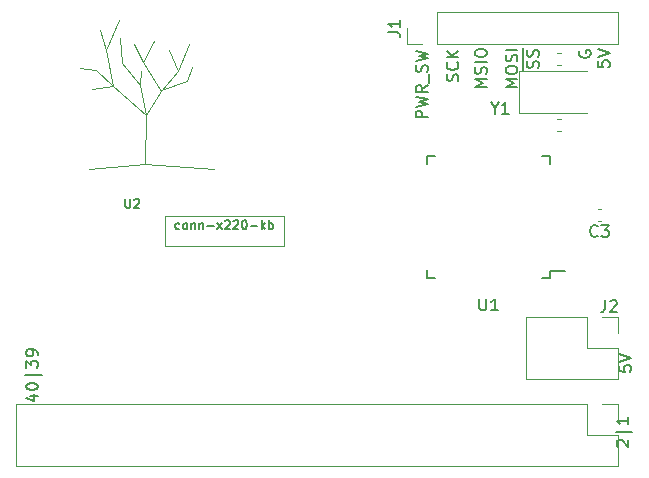
<source format=gbr>
%TF.GenerationSoftware,KiCad,Pcbnew,5.1.5*%
%TF.CreationDate,2020-05-13T22:00:42+02:00*%
%TF.ProjectId,thinkpad-keyboard,7468696e-6b70-4616-942d-6b6579626f61,rev?*%
%TF.SameCoordinates,Original*%
%TF.FileFunction,Legend,Top*%
%TF.FilePolarity,Positive*%
%FSLAX46Y46*%
G04 Gerber Fmt 4.6, Leading zero omitted, Abs format (unit mm)*
G04 Created by KiCad (PCBNEW 5.1.5) date 2020-05-13 22:00:42*
%MOMM*%
%LPD*%
G04 APERTURE LIST*
%ADD10C,0.036000*%
%ADD11C,0.150000*%
%ADD12C,0.120000*%
%ADD13C,0.099060*%
%ADD14C,0.149860*%
G04 APERTURE END LIST*
D10*
X114099997Y-75220004D02*
X113343998Y-73492005D01*
X111292000Y-83103996D02*
X111400000Y-79000000D01*
X112695998Y-76948002D02*
X114099997Y-75220004D01*
X108592002Y-76516003D02*
X106864004Y-76732002D01*
X111184000Y-74464004D02*
X110428000Y-72952006D01*
X112695998Y-76840002D02*
X114855997Y-76084003D01*
X114099997Y-75220004D02*
X115071996Y-72952006D01*
X109348002Y-74572004D02*
X109240002Y-72412006D01*
X111184000Y-74464004D02*
X112047999Y-72736006D01*
X111292000Y-83103996D02*
X106540004Y-83535996D01*
X108592002Y-76516003D02*
X107188003Y-75112004D01*
X112695998Y-76948002D02*
X111184000Y-74464004D01*
X114855997Y-76084003D02*
X115287996Y-74896004D01*
X110860000Y-76408003D02*
X109348002Y-74572004D01*
X111400000Y-79000000D02*
X108592002Y-76516003D01*
X111400000Y-79000000D02*
X110860000Y-76408003D01*
X111292000Y-83103996D02*
X117123994Y-83535996D01*
X110860000Y-76408003D02*
X110968000Y-75220004D01*
X108592002Y-76516003D02*
X108052003Y-73492005D01*
X108052003Y-73492005D02*
X109132002Y-70900009D01*
X107188003Y-75112004D02*
X105784005Y-75004004D01*
X108052003Y-73492005D02*
X107512003Y-71764007D01*
X111400000Y-79000000D02*
X112695998Y-76948002D01*
D11*
X151452380Y-100190476D02*
X151452380Y-100666666D01*
X151928571Y-100714285D01*
X151880952Y-100666666D01*
X151833333Y-100571428D01*
X151833333Y-100333333D01*
X151880952Y-100238095D01*
X151928571Y-100190476D01*
X152023809Y-100142857D01*
X152261904Y-100142857D01*
X152357142Y-100190476D01*
X152404761Y-100238095D01*
X152452380Y-100333333D01*
X152452380Y-100571428D01*
X152404761Y-100666666D01*
X152357142Y-100714285D01*
X151452380Y-99857142D02*
X152452380Y-99523809D01*
X151452380Y-99190476D01*
X135252380Y-79161904D02*
X134252380Y-79161904D01*
X134252380Y-78780952D01*
X134300000Y-78685714D01*
X134347619Y-78638095D01*
X134442857Y-78590476D01*
X134585714Y-78590476D01*
X134680952Y-78638095D01*
X134728571Y-78685714D01*
X134776190Y-78780952D01*
X134776190Y-79161904D01*
X134252380Y-78257142D02*
X135252380Y-78019047D01*
X134538095Y-77828571D01*
X135252380Y-77638095D01*
X134252380Y-77400000D01*
X135252380Y-76447619D02*
X134776190Y-76780952D01*
X135252380Y-77019047D02*
X134252380Y-77019047D01*
X134252380Y-76638095D01*
X134300000Y-76542857D01*
X134347619Y-76495238D01*
X134442857Y-76447619D01*
X134585714Y-76447619D01*
X134680952Y-76495238D01*
X134728571Y-76542857D01*
X134776190Y-76638095D01*
X134776190Y-77019047D01*
X135347619Y-76257142D02*
X135347619Y-75495238D01*
X135204761Y-75304761D02*
X135252380Y-75161904D01*
X135252380Y-74923809D01*
X135204761Y-74828571D01*
X135157142Y-74780952D01*
X135061904Y-74733333D01*
X134966666Y-74733333D01*
X134871428Y-74780952D01*
X134823809Y-74828571D01*
X134776190Y-74923809D01*
X134728571Y-75114285D01*
X134680952Y-75209523D01*
X134633333Y-75257142D01*
X134538095Y-75304761D01*
X134442857Y-75304761D01*
X134347619Y-75257142D01*
X134300000Y-75209523D01*
X134252380Y-75114285D01*
X134252380Y-74876190D01*
X134300000Y-74733333D01*
X134252380Y-74400000D02*
X135252380Y-74161904D01*
X134538095Y-73971428D01*
X135252380Y-73780952D01*
X134252380Y-73542857D01*
X148100000Y-73538095D02*
X148052380Y-73633333D01*
X148052380Y-73776190D01*
X148100000Y-73919047D01*
X148195238Y-74014285D01*
X148290476Y-74061904D01*
X148480952Y-74109523D01*
X148623809Y-74109523D01*
X148814285Y-74061904D01*
X148909523Y-74014285D01*
X149004761Y-73919047D01*
X149052380Y-73776190D01*
X149052380Y-73680952D01*
X149004761Y-73538095D01*
X148957142Y-73490476D01*
X148623809Y-73490476D01*
X148623809Y-73680952D01*
X143285000Y-75152380D02*
X143285000Y-74200000D01*
X144604761Y-74961904D02*
X144652380Y-74819047D01*
X144652380Y-74580952D01*
X144604761Y-74485714D01*
X144557142Y-74438095D01*
X144461904Y-74390476D01*
X144366666Y-74390476D01*
X144271428Y-74438095D01*
X144223809Y-74485714D01*
X144176190Y-74580952D01*
X144128571Y-74771428D01*
X144080952Y-74866666D01*
X144033333Y-74914285D01*
X143938095Y-74961904D01*
X143842857Y-74961904D01*
X143747619Y-74914285D01*
X143700000Y-74866666D01*
X143652380Y-74771428D01*
X143652380Y-74533333D01*
X143700000Y-74390476D01*
X143285000Y-74200000D02*
X143285000Y-73247619D01*
X144604761Y-74009523D02*
X144652380Y-73866666D01*
X144652380Y-73628571D01*
X144604761Y-73533333D01*
X144557142Y-73485714D01*
X144461904Y-73438095D01*
X144366666Y-73438095D01*
X144271428Y-73485714D01*
X144223809Y-73533333D01*
X144176190Y-73628571D01*
X144128571Y-73819047D01*
X144080952Y-73914285D01*
X144033333Y-73961904D01*
X143938095Y-74009523D01*
X143842857Y-74009523D01*
X143747619Y-73961904D01*
X143700000Y-73914285D01*
X143652380Y-73819047D01*
X143652380Y-73580952D01*
X143700000Y-73438095D01*
X149652380Y-74390476D02*
X149652380Y-74866666D01*
X150128571Y-74914285D01*
X150080952Y-74866666D01*
X150033333Y-74771428D01*
X150033333Y-74533333D01*
X150080952Y-74438095D01*
X150128571Y-74390476D01*
X150223809Y-74342857D01*
X150461904Y-74342857D01*
X150557142Y-74390476D01*
X150604761Y-74438095D01*
X150652380Y-74533333D01*
X150652380Y-74771428D01*
X150604761Y-74866666D01*
X150557142Y-74914285D01*
X149652380Y-74057142D02*
X150652380Y-73723809D01*
X149652380Y-73390476D01*
X142852380Y-76571428D02*
X141852380Y-76571428D01*
X142566666Y-76238095D01*
X141852380Y-75904761D01*
X142852380Y-75904761D01*
X141852380Y-75238095D02*
X141852380Y-75047619D01*
X141900000Y-74952380D01*
X141995238Y-74857142D01*
X142185714Y-74809523D01*
X142519047Y-74809523D01*
X142709523Y-74857142D01*
X142804761Y-74952380D01*
X142852380Y-75047619D01*
X142852380Y-75238095D01*
X142804761Y-75333333D01*
X142709523Y-75428571D01*
X142519047Y-75476190D01*
X142185714Y-75476190D01*
X141995238Y-75428571D01*
X141900000Y-75333333D01*
X141852380Y-75238095D01*
X142804761Y-74428571D02*
X142852380Y-74285714D01*
X142852380Y-74047619D01*
X142804761Y-73952380D01*
X142757142Y-73904761D01*
X142661904Y-73857142D01*
X142566666Y-73857142D01*
X142471428Y-73904761D01*
X142423809Y-73952380D01*
X142376190Y-74047619D01*
X142328571Y-74238095D01*
X142280952Y-74333333D01*
X142233333Y-74380952D01*
X142138095Y-74428571D01*
X142042857Y-74428571D01*
X141947619Y-74380952D01*
X141900000Y-74333333D01*
X141852380Y-74238095D01*
X141852380Y-74000000D01*
X141900000Y-73857142D01*
X142852380Y-73428571D02*
X141852380Y-73428571D01*
X140252380Y-76571428D02*
X139252380Y-76571428D01*
X139966666Y-76238095D01*
X139252380Y-75904761D01*
X140252380Y-75904761D01*
X140204761Y-75476190D02*
X140252380Y-75333333D01*
X140252380Y-75095238D01*
X140204761Y-75000000D01*
X140157142Y-74952380D01*
X140061904Y-74904761D01*
X139966666Y-74904761D01*
X139871428Y-74952380D01*
X139823809Y-75000000D01*
X139776190Y-75095238D01*
X139728571Y-75285714D01*
X139680952Y-75380952D01*
X139633333Y-75428571D01*
X139538095Y-75476190D01*
X139442857Y-75476190D01*
X139347619Y-75428571D01*
X139300000Y-75380952D01*
X139252380Y-75285714D01*
X139252380Y-75047619D01*
X139300000Y-74904761D01*
X140252380Y-74476190D02*
X139252380Y-74476190D01*
X139252380Y-73809523D02*
X139252380Y-73619047D01*
X139300000Y-73523809D01*
X139395238Y-73428571D01*
X139585714Y-73380952D01*
X139919047Y-73380952D01*
X140109523Y-73428571D01*
X140204761Y-73523809D01*
X140252380Y-73619047D01*
X140252380Y-73809523D01*
X140204761Y-73904761D01*
X140109523Y-74000000D01*
X139919047Y-74047619D01*
X139585714Y-74047619D01*
X139395238Y-74000000D01*
X139300000Y-73904761D01*
X139252380Y-73809523D01*
X137804761Y-76085714D02*
X137852380Y-75942857D01*
X137852380Y-75704761D01*
X137804761Y-75609523D01*
X137757142Y-75561904D01*
X137661904Y-75514285D01*
X137566666Y-75514285D01*
X137471428Y-75561904D01*
X137423809Y-75609523D01*
X137376190Y-75704761D01*
X137328571Y-75895238D01*
X137280952Y-75990476D01*
X137233333Y-76038095D01*
X137138095Y-76085714D01*
X137042857Y-76085714D01*
X136947619Y-76038095D01*
X136900000Y-75990476D01*
X136852380Y-75895238D01*
X136852380Y-75657142D01*
X136900000Y-75514285D01*
X137757142Y-74514285D02*
X137804761Y-74561904D01*
X137852380Y-74704761D01*
X137852380Y-74800000D01*
X137804761Y-74942857D01*
X137709523Y-75038095D01*
X137614285Y-75085714D01*
X137423809Y-75133333D01*
X137280952Y-75133333D01*
X137090476Y-75085714D01*
X136995238Y-75038095D01*
X136900000Y-74942857D01*
X136852380Y-74800000D01*
X136852380Y-74704761D01*
X136900000Y-74561904D01*
X136947619Y-74514285D01*
X137852380Y-74085714D02*
X136852380Y-74085714D01*
X137852380Y-73514285D02*
X137280952Y-73942857D01*
X136852380Y-73514285D02*
X137423809Y-74085714D01*
X151347619Y-107038095D02*
X151300000Y-106990476D01*
X151252380Y-106895238D01*
X151252380Y-106657142D01*
X151300000Y-106561904D01*
X151347619Y-106514285D01*
X151442857Y-106466666D01*
X151538095Y-106466666D01*
X151680952Y-106514285D01*
X152252380Y-107085714D01*
X152252380Y-106466666D01*
X152585714Y-105800000D02*
X151157142Y-105800000D01*
X152252380Y-104561904D02*
X152252380Y-105133333D01*
X152252380Y-104847619D02*
X151252380Y-104847619D01*
X151395238Y-104942857D01*
X151490476Y-105038095D01*
X151538095Y-105133333D01*
X101585714Y-102714285D02*
X102252380Y-102714285D01*
X101204761Y-102952380D02*
X101919047Y-103190476D01*
X101919047Y-102571428D01*
X101252380Y-102000000D02*
X101252380Y-101904761D01*
X101300000Y-101809523D01*
X101347619Y-101761904D01*
X101442857Y-101714285D01*
X101633333Y-101666666D01*
X101871428Y-101666666D01*
X102061904Y-101714285D01*
X102157142Y-101761904D01*
X102204761Y-101809523D01*
X102252380Y-101904761D01*
X102252380Y-102000000D01*
X102204761Y-102095238D01*
X102157142Y-102142857D01*
X102061904Y-102190476D01*
X101871428Y-102238095D01*
X101633333Y-102238095D01*
X101442857Y-102190476D01*
X101347619Y-102142857D01*
X101300000Y-102095238D01*
X101252380Y-102000000D01*
X102585714Y-101000000D02*
X101157142Y-101000000D01*
X101252380Y-100380952D02*
X101252380Y-99761904D01*
X101633333Y-100095238D01*
X101633333Y-99952380D01*
X101680952Y-99857142D01*
X101728571Y-99809523D01*
X101823809Y-99761904D01*
X102061904Y-99761904D01*
X102157142Y-99809523D01*
X102204761Y-99857142D01*
X102252380Y-99952380D01*
X102252380Y-100238095D01*
X102204761Y-100333333D01*
X102157142Y-100380952D01*
X102252380Y-99285714D02*
X102252380Y-99095238D01*
X102204761Y-99000000D01*
X102157142Y-98952380D01*
X102014285Y-98857142D01*
X101823809Y-98809523D01*
X101442857Y-98809523D01*
X101347619Y-98857142D01*
X101300000Y-98904761D01*
X101252380Y-99000000D01*
X101252380Y-99190476D01*
X101300000Y-99285714D01*
X101347619Y-99333333D01*
X101442857Y-99380952D01*
X101680952Y-99380952D01*
X101776190Y-99333333D01*
X101823809Y-99285714D01*
X101871428Y-99190476D01*
X101871428Y-99000000D01*
X101823809Y-98904761D01*
X101776190Y-98857142D01*
X101680952Y-98809523D01*
D12*
X133470000Y-72930000D02*
X133470000Y-71600000D01*
X134800000Y-72930000D02*
X133470000Y-72930000D01*
X136070000Y-72930000D02*
X136070000Y-70270000D01*
X136070000Y-70270000D02*
X151370000Y-70270000D01*
X136070000Y-72930000D02*
X151370000Y-72930000D01*
X151370000Y-72930000D02*
X151370000Y-70270000D01*
D11*
X145575000Y-92200000D02*
X146850000Y-92200000D01*
X135225000Y-92775000D02*
X135900000Y-92775000D01*
X135225000Y-82425000D02*
X135900000Y-82425000D01*
X145575000Y-82425000D02*
X144900000Y-82425000D01*
X145575000Y-92775000D02*
X144900000Y-92775000D01*
X145575000Y-82425000D02*
X145575000Y-83100000D01*
X135225000Y-82425000D02*
X135225000Y-83100000D01*
X135225000Y-92775000D02*
X135225000Y-92100000D01*
X145575000Y-92775000D02*
X145575000Y-92200000D01*
D12*
X151330000Y-96070000D02*
X151330000Y-97400000D01*
X150000000Y-96070000D02*
X151330000Y-96070000D01*
X151330000Y-98670000D02*
X151330000Y-101270000D01*
X148730000Y-98670000D02*
X151330000Y-98670000D01*
X148730000Y-96070000D02*
X148730000Y-98670000D01*
X151330000Y-101270000D02*
X143590000Y-101270000D01*
X148730000Y-96070000D02*
X143590000Y-96070000D01*
X143590000Y-96070000D02*
X143590000Y-101270000D01*
X142950000Y-78800000D02*
X148700000Y-78800000D01*
X142950000Y-75200000D02*
X142950000Y-78800000D01*
X148700000Y-75200000D02*
X142950000Y-75200000D01*
D13*
X113000680Y-87550620D02*
X123099720Y-87550620D01*
X113000680Y-90049980D02*
X123099720Y-90049980D01*
X113000680Y-90049980D02*
X113000680Y-87550620D01*
X123099720Y-90049980D02*
X123099720Y-87550620D01*
D12*
X151330000Y-103470000D02*
X151330000Y-104800000D01*
X150000000Y-103470000D02*
X151330000Y-103470000D01*
X151330000Y-106070000D02*
X151330000Y-108670000D01*
X148730000Y-106070000D02*
X151330000Y-106070000D01*
X148730000Y-103470000D02*
X148730000Y-106070000D01*
X151330000Y-108670000D02*
X100410000Y-108670000D01*
X148730000Y-103470000D02*
X100410000Y-103470000D01*
X100410000Y-103470000D02*
X100410000Y-108670000D01*
X149962779Y-86890000D02*
X149637221Y-86890000D01*
X149962779Y-87910000D02*
X149637221Y-87910000D01*
X146237221Y-80310000D02*
X146562779Y-80310000D01*
X146237221Y-79290000D02*
X146562779Y-79290000D01*
X146550279Y-73690000D02*
X146224721Y-73690000D01*
X146550279Y-74710000D02*
X146224721Y-74710000D01*
D11*
X131922380Y-71933333D02*
X132636666Y-71933333D01*
X132779523Y-71980952D01*
X132874761Y-72076190D01*
X132922380Y-72219047D01*
X132922380Y-72314285D01*
X132922380Y-70933333D02*
X132922380Y-71504761D01*
X132922380Y-71219047D02*
X131922380Y-71219047D01*
X132065238Y-71314285D01*
X132160476Y-71409523D01*
X132208095Y-71504761D01*
X139638095Y-94502380D02*
X139638095Y-95311904D01*
X139685714Y-95407142D01*
X139733333Y-95454761D01*
X139828571Y-95502380D01*
X140019047Y-95502380D01*
X140114285Y-95454761D01*
X140161904Y-95407142D01*
X140209523Y-95311904D01*
X140209523Y-94502380D01*
X141209523Y-95502380D02*
X140638095Y-95502380D01*
X140923809Y-95502380D02*
X140923809Y-94502380D01*
X140828571Y-94645238D01*
X140733333Y-94740476D01*
X140638095Y-94788095D01*
X150266666Y-94652380D02*
X150266666Y-95366666D01*
X150219047Y-95509523D01*
X150123809Y-95604761D01*
X149980952Y-95652380D01*
X149885714Y-95652380D01*
X150695238Y-94747619D02*
X150742857Y-94700000D01*
X150838095Y-94652380D01*
X151076190Y-94652380D01*
X151171428Y-94700000D01*
X151219047Y-94747619D01*
X151266666Y-94842857D01*
X151266666Y-94938095D01*
X151219047Y-95080952D01*
X150647619Y-95652380D01*
X151266666Y-95652380D01*
X140923809Y-78376190D02*
X140923809Y-78852380D01*
X140590476Y-77852380D02*
X140923809Y-78376190D01*
X141257142Y-77852380D01*
X142114285Y-78852380D02*
X141542857Y-78852380D01*
X141828571Y-78852380D02*
X141828571Y-77852380D01*
X141733333Y-77995238D01*
X141638095Y-78090476D01*
X141542857Y-78138095D01*
D14*
X109657844Y-86068809D02*
X109657844Y-86675385D01*
X109693525Y-86746747D01*
X109729206Y-86782428D01*
X109800568Y-86818109D01*
X109943292Y-86818109D01*
X110014654Y-86782428D01*
X110050335Y-86746747D01*
X110086016Y-86675385D01*
X110086016Y-86068809D01*
X110407144Y-86140170D02*
X110442825Y-86104490D01*
X110514187Y-86068809D01*
X110692592Y-86068809D01*
X110763954Y-86104490D01*
X110799635Y-86140170D01*
X110835316Y-86211532D01*
X110835316Y-86282894D01*
X110799635Y-86389937D01*
X110371463Y-86818109D01*
X110835316Y-86818109D01*
X114236559Y-88582428D02*
X114165197Y-88618109D01*
X114022473Y-88618109D01*
X113951111Y-88582428D01*
X113915430Y-88546747D01*
X113879749Y-88475385D01*
X113879749Y-88261299D01*
X113915430Y-88189937D01*
X113951111Y-88154256D01*
X114022473Y-88118575D01*
X114165197Y-88118575D01*
X114236559Y-88154256D01*
X114664730Y-88618109D02*
X114593368Y-88582428D01*
X114557687Y-88546747D01*
X114522006Y-88475385D01*
X114522006Y-88261299D01*
X114557687Y-88189937D01*
X114593368Y-88154256D01*
X114664730Y-88118575D01*
X114771773Y-88118575D01*
X114843135Y-88154256D01*
X114878816Y-88189937D01*
X114914497Y-88261299D01*
X114914497Y-88475385D01*
X114878816Y-88546747D01*
X114843135Y-88582428D01*
X114771773Y-88618109D01*
X114664730Y-88618109D01*
X115235625Y-88118575D02*
X115235625Y-88618109D01*
X115235625Y-88189937D02*
X115271306Y-88154256D01*
X115342668Y-88118575D01*
X115449711Y-88118575D01*
X115521073Y-88154256D01*
X115556754Y-88225618D01*
X115556754Y-88618109D01*
X115913563Y-88118575D02*
X115913563Y-88618109D01*
X115913563Y-88189937D02*
X115949244Y-88154256D01*
X116020606Y-88118575D01*
X116127649Y-88118575D01*
X116199011Y-88154256D01*
X116234692Y-88225618D01*
X116234692Y-88618109D01*
X116591501Y-88332661D02*
X117162397Y-88332661D01*
X117447844Y-88618109D02*
X117840335Y-88118575D01*
X117447844Y-88118575D02*
X117840335Y-88618109D01*
X118090101Y-87940170D02*
X118125782Y-87904490D01*
X118197144Y-87868809D01*
X118375549Y-87868809D01*
X118446911Y-87904490D01*
X118482592Y-87940170D01*
X118518273Y-88011532D01*
X118518273Y-88082894D01*
X118482592Y-88189937D01*
X118054420Y-88618109D01*
X118518273Y-88618109D01*
X118803720Y-87940170D02*
X118839401Y-87904490D01*
X118910763Y-87868809D01*
X119089168Y-87868809D01*
X119160530Y-87904490D01*
X119196211Y-87940170D01*
X119231892Y-88011532D01*
X119231892Y-88082894D01*
X119196211Y-88189937D01*
X118768040Y-88618109D01*
X119231892Y-88618109D01*
X119695744Y-87868809D02*
X119767106Y-87868809D01*
X119838468Y-87904490D01*
X119874149Y-87940170D01*
X119909830Y-88011532D01*
X119945511Y-88154256D01*
X119945511Y-88332661D01*
X119909830Y-88475385D01*
X119874149Y-88546747D01*
X119838468Y-88582428D01*
X119767106Y-88618109D01*
X119695744Y-88618109D01*
X119624382Y-88582428D01*
X119588701Y-88546747D01*
X119553020Y-88475385D01*
X119517340Y-88332661D01*
X119517340Y-88154256D01*
X119553020Y-88011532D01*
X119588701Y-87940170D01*
X119624382Y-87904490D01*
X119695744Y-87868809D01*
X120266640Y-88332661D02*
X120837535Y-88332661D01*
X121194344Y-88618109D02*
X121194344Y-87868809D01*
X121265706Y-88332661D02*
X121479792Y-88618109D01*
X121479792Y-88118575D02*
X121194344Y-88404023D01*
X121800920Y-88618109D02*
X121800920Y-87868809D01*
X121800920Y-88154256D02*
X121872282Y-88118575D01*
X122015006Y-88118575D01*
X122086368Y-88154256D01*
X122122049Y-88189937D01*
X122157730Y-88261299D01*
X122157730Y-88475385D01*
X122122049Y-88546747D01*
X122086368Y-88582428D01*
X122015006Y-88618109D01*
X121872282Y-88618109D01*
X121800920Y-88582428D01*
D11*
X149633333Y-89187142D02*
X149585714Y-89234761D01*
X149442857Y-89282380D01*
X149347619Y-89282380D01*
X149204761Y-89234761D01*
X149109523Y-89139523D01*
X149061904Y-89044285D01*
X149014285Y-88853809D01*
X149014285Y-88710952D01*
X149061904Y-88520476D01*
X149109523Y-88425238D01*
X149204761Y-88330000D01*
X149347619Y-88282380D01*
X149442857Y-88282380D01*
X149585714Y-88330000D01*
X149633333Y-88377619D01*
X149966666Y-88282380D02*
X150585714Y-88282380D01*
X150252380Y-88663333D01*
X150395238Y-88663333D01*
X150490476Y-88710952D01*
X150538095Y-88758571D01*
X150585714Y-88853809D01*
X150585714Y-89091904D01*
X150538095Y-89187142D01*
X150490476Y-89234761D01*
X150395238Y-89282380D01*
X150109523Y-89282380D01*
X150014285Y-89234761D01*
X149966666Y-89187142D01*
M02*

</source>
